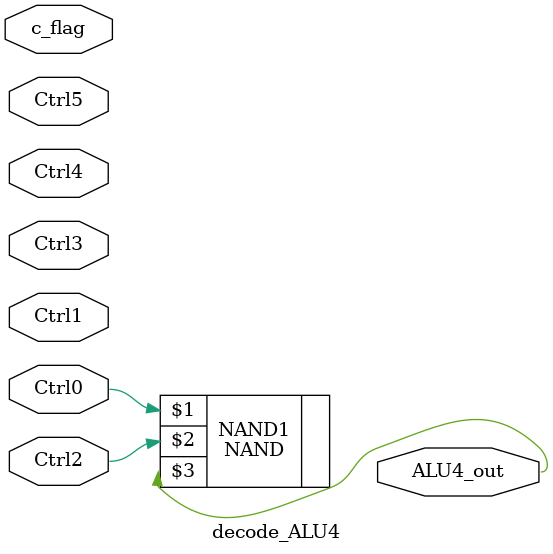
<source format=v>
module decode_ALU4(Ctrl0,Ctrl1,Ctrl2,Ctrl3,Ctrl4,Ctrl5,c_flag,ALU4_out);
    input Ctrl0,Ctrl1,Ctrl2,Ctrl3,Ctrl4,Ctrl5,c_flag;
    output ALU4_out;
    wire tmp1,tmp2;
    NAND NAND1(Ctrl0,Ctrl2,ALU4_out);
endmodule
</source>
